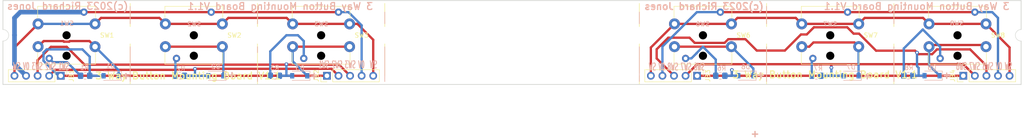
<source format=kicad_pcb>
(kicad_pcb (version 20211014) (generator pcbnew)
  (layers (0 "F.Cu" signal) (31 "B.Cu" signal) (34 "B.Paste" user) (35 "F.Paste" user) (36 "B.SilkS" user "B.Silkscreen") (37 "F.SilkS" user "F.Silkscreen") (38 "B.Mask" user) (39 "F.Mask" user) (44 "Edge.Cuts" user))
  (net 0 "")
  (net 1 "Net-(D2-Pad1)")
  (net 2 "Net-(D3-Pad1)")
  (net 3 "Net-(D6-Pad1)")
  (net 4 "Net-(D7-Pad1)")
  (net 5 "Net-(D8-Pad1)")
  (net 6 "Net-(R1-Pad1)")
  (net 7 "Net-(R2-Pad1)")
  (net 8 "Net-(R3-Pad1)")
  (net 9 "Net-(R6-Pad1)")
  (net 10 "Net-(R7-Pad1)")
  (net 11 "Net-(R8-Pad1)")
  (net 12 "Net-(D1-Pad1)")
  (net 13 "/SW1")
  (net 14 "/SW2")
  (net 15 "/SW3")
  (net 16 "/SW6")
  (net 17 "/SW7")
  (net 18 "/SW8")
  (net 19 "/0V")
  (net 20 "/SW1-3")
  (net 21 "/SW6-8")
  (net 22 "/0v")
  (footprint "New_Library_fp:TS12_TS27" (layer "F.Cu") (at 240.03 95.25 180)
    (fp_text reference "SW8" (at -8.89 0 unlocked) (layer "F.SilkS"))
    (fp_text value "SW_TACT_LED")
    (fp_line (start 6.35 6.35) (end -6.35 6.35) (layer "F.SilkS") (width 0.12))
    (fp_line (start -6.35 3.81) (end -6.35 6.35) (layer "F.SilkS") (width 0.12))
    (fp_line (start -6.35 -3.81) (end -6.35 -6.35) (layer "F.SilkS") (width 0.12))
    (fp_line (start 6.35 -3.81) (end 6.35 -6.35) (layer "F.SilkS") (width 0.12))
    (fp_line (start 6.35 3.81) (end 6.35 6.35) (layer "F.SilkS") (width 0.12))
    (fp_line (start -6.35 -6.35) (end 6.35 -6.35) (layer "F.SilkS") (width 0.12))
    (pad "" np_thru_hole circle (at 0 -4.5 180) (size 1.8 1.8) (drill 1.8) (layers *.Mask))
    (pad "" np_thru_hole circle (at 0 0 180) (size 1.8 1.8) (drill 1.8) (layers *.Mask))
    (pad "1" thru_hole circle (at -6.25 -2.5 180) (size 2.4 2.4) (drill 1.2) (layers *.Cu *.Mask) (net 5 "Net-(D8-Pad1)"))
    (pad "2" thru_hole circle (at 6.25 -2.5 180) (size 2.4 2.4) (drill 1.2) (layers *.Cu *.Mask) (net 5 "Net-(D8-Pad1)"))
    (pad "3" thru_hole circle (at -6.25 2.5 180) (size 2.4 2.4) (drill 1.2) (layers *.Cu *.Mask) (net 21 "/SW6-8"))
    (pad "4" thru_hole circle (at 6.25 2.5 180) (size 2.4 2.4) (drill 1.2) (layers *.Cu *.Mask) (net 21 "/SW6-8"))
    (pad "5" thru_hole circle (at -3.81 5.08 180) (size 1.6 1.6) (drill 0.8) (layers *.Cu *.Mask) (net 22 "/0v"))
    (pad "6" thru_hole circle (at 3.81 -5.08 180) (size 1.6 1.6) (drill 0.8) (layers *.Cu *.Mask) (net 11 "Net-(R8-Pad1)"))
  )
  (footprint "New_Library_fp:TS12_TS27" (layer "F.Cu") (at 44.45 95.25 180)
    (fp_text reference "SW1" (at -8.89 0 unlocked) (layer "F.SilkS"))
    (fp_text value "SW_TACT_LED")
    (fp_line (start -6.35 -3.81) (end -6.35 -6.35) (layer "F.SilkS") (width 0.12))
    (fp_line (start -6.35 3.81) (end -6.35 6.35) (layer "F.SilkS") (width 0.12))
    (fp_line (start 6.35 -3.81) (end 6.35 -6.35) (layer "F.SilkS") (width 0.12))
    (fp_line (start 6.35 3.81) (end 6.35 6.35) (layer "F.SilkS") (width 0.12))
    (fp_line (start 6.35 6.35) (end -6.35 6.35) (layer "F.SilkS") (width 0.12))
    (fp_line (start -6.35 -6.35) (end 6.35 -6.35) (layer "F.SilkS") (width 0.12))
    (pad "" np_thru_hole circle (at 0 -4.5 180) (size 1.8 1.8) (drill 1.8) (layers *.Mask))
    (pad "" np_thru_hole circle (at 0 0 180) (size 1.8 1.8) (drill 1.8) (layers *.Mask))
    (pad "1" thru_hole circle (at -6.25 -2.5 180) (size 2.4 2.4) (drill 1.2) (layers *.Cu *.Mask) (net 12 "Net-(D1-Pad1)"))
    (pad "2" thru_hole circle (at 6.25 -2.5 180) (size 2.4 2.4) (drill 1.2) (layers *.Cu *.Mask) (net 12 "Net-(D1-Pad1)"))
    (pad "3" thru_hole circle (at -6.25 2.5 180) (size 2.4 2.4) (drill 1.2) (layers *.Cu *.Mask) (net 20 "/SW1-3"))
    (pad "4" thru_hole circle (at 6.25 2.5 180) (size 2.4 2.4) (drill 1.2) (layers *.Cu *.Mask) (net 20 "/SW1-3"))
    (pad "5" thru_hole circle (at -3.81 5.08 180) (size 1.6 1.6) (drill 0.8) (layers *.Cu *.Mask) (net 19 "/0V"))
    (pad "6" thru_hole circle (at 3.81 -5.08 180) (size 1.6 1.6) (drill 0.8) (layers *.Cu *.Mask) (net 6 "Net-(R1-Pad1)"))
  )
  (footprint "New_Library_fp:TS12_TS27" (layer "F.Cu") (at 212.09 95.25 180)
    (fp_text reference "SW7" (at -8.89 0 unlocked) (layer "F.SilkS"))
    (fp_text value "SW_TACT_LED")
    (fp_line (start -6.35 -6.35) (end 6.35 -6.35) (layer "F.SilkS") (width 0.12))
    (fp_line (start -6.35 3.81) (end -6.35 6.35) (layer "F.SilkS") (width 0.12))
    (fp_line (start 6.35 6.35) (end -6.35 6.35) (layer "F.SilkS") (width 0.12))
    (fp_line (start 6.35 -3.81) (end 6.35 -6.35) (layer "F.SilkS") (width 0.12))
    (fp_line (start 6.35 3.81) (end 6.35 6.35) (layer "F.SilkS") (width 0.12))
    (fp_line (start -6.35 -3.81) (end -6.35 -6.35) (layer "F.SilkS") (width 0.12))
    (pad "" np_thru_hole circle (at 0 -4.5 180) (size 1.8 1.8) (drill 1.8) (layers *.Mask))
    (pad "" np_thru_hole circle (at 0 0 180) (size 1.8 1.8) (drill 1.8) (layers *.Mask))
    (pad "1" thru_hole circle (at -6.25 -2.5 180) (size 2.4 2.4) (drill 1.2) (layers *.Cu *.Mask) (net 4 "Net-(D7-Pad1)"))
    (pad "2" thru_hole circle (at 6.25 -2.5 180) (size 2.4 2.4) (drill 1.2) (layers *.Cu *.Mask) (net 4 "Net-(D7-Pad1)"))
    (pad "3" thru_hole circle (at -6.25 2.5 180) (size 2.4 2.4) (drill 1.2) (layers *.Cu *.Mask) (net 21 "/SW6-8"))
    (pad "4" thru_hole circle (at 6.25 2.5 180) (size 2.4 2.4) (drill 1.2) (layers *.Cu *.Mask) (net 21 "/SW6-8"))
    (pad "5" thru_hole circle (at -3.81 5.08 180) (size 1.6 1.6) (drill 0.8) (layers *.Cu *.Mask) (net 22 "/0v"))
    (pad "6" thru_hole circle (at 3.81 -5.08 180) (size 1.6 1.6) (drill 0.8) (layers *.Cu *.Mask) (net 10 "Net-(R7-Pad1)"))
  )
  (footprint "New_Library_fp:TS12_TS27" (layer "F.Cu") (at 184.15 95.25 180)
    (fp_text reference "SW6" (at -8.89 0 unlocked) (layer "F.SilkS"))
    (fp_text value "SW_TACT_LED")
    (fp_line (start -6.35 3.81) (end -6.35 6.35) (layer "F.SilkS") (width 0.12))
    (fp_line (start -6.35 -3.81) (end -6.35 -6.35) (layer "F.SilkS") (width 0.12))
    (fp_line (start 6.35 -3.81) (end 6.35 -6.35) (layer "F.SilkS") (width 0.12))
    (fp_line (start -6.35 -6.35) (end 6.35 -6.35) (layer "F.SilkS") (width 0.12))
    (fp_line (start 6.35 3.81) (end 6.35 6.35) (layer "F.SilkS") (width 0.12))
    (fp_line (start 6.35 6.35) (end -6.35 6.35) (layer "F.SilkS") (width 0.12))
    (pad "" np_thru_hole circle (at 0 -4.5 180) (size 1.8 1.8) (drill 1.8) (layers *.Mask))
    (pad "" np_thru_hole circle (at 0 0 180) (size 1.8 1.8) (drill 1.8) (layers *.Mask))
    (pad "1" thru_hole circle (at -6.25 -2.5 180) (size 2.4 2.4) (drill 1.2) (layers *.Cu *.Mask) (net 3 "Net-(D6-Pad1)"))
    (pad "2" thru_hole circle (at 6.25 -2.5 180) (size 2.4 2.4) (drill 1.2) (layers *.Cu *.Mask) (net 3 "Net-(D6-Pad1)"))
    (pad "3" thru_hole circle (at -6.25 2.5 180) (size 2.4 2.4) (drill 1.2) (layers *.Cu *.Mask) (net 21 "/SW6-8"))
    (pad "4" thru_hole circle (at 6.25 2.5 180) (size 2.4 2.4) (drill 1.2) (layers *.Cu *.Mask) (net 21 "/SW6-8"))
    (pad "5" thru_hole circle (at -3.81 5.08 180) (size 1.6 1.6) (drill 0.8) (layers *.Cu *.Mask) (net 22 "/0v"))
    (pad "6" thru_hole circle (at 3.81 -5.08 180) (size 1.6 1.6) (drill 0.8) (layers *.Cu *.Mask) (net 9 "Net-(R6-Pad1)"))
  )
  (footprint "Connector_PinHeader_2.54mm:PinHeader_1x05_P2.54mm_Vertical" (layer "F.Cu") (at 101.605 104.14 90)
    (fp_text reference "JB2" (at 0 -2.33 90) (layer "F.SilkS"))
    (fp_text value "Conn_01x05_Male")
    (fp_line (start -1.33 1.27) (end 1.33 1.27) (layer "F.SilkS") (width 0.12))
    (fp_line (start -1.33 1.27) (end -1.33 11.49) (layer "F.SilkS") (width 0.12))
    (fp_line (start 1.33 1.27) (end 1.33 11.49) (layer "F.SilkS") (width 0.12))
    (fp_line (start -1.33 11.49) (end 1.33 11.49) (layer "F.SilkS") (width 0.12))
    (fp_line (start -1.33 -1.33) (end 0 -1.33) (layer "F.SilkS") (width 0.12))
    (fp_line (start -1.33 0) (end -1.33 -1.33) (layer "F.SilkS") (width 0.12))
    (pad "1" thru_hole rect (at 0 0 90) (size 1.7 1.7) (drill 1) (layers *.Cu *.Mask) (net 13 "/SW1"))
    (pad "2" thru_hole oval (at 0 2.54 90) (size 1.7 1.7) (drill 1) (layers *.Cu *.Mask) (net 14 "/SW2"))
    (pad "3" thru_hole oval (at 0 5.08 90) (size 1.7 1.7) (drill 1) (layers *.Cu *.Mask) (net 15 "/SW3"))
    (pad "4" thru_hole oval (at 0 7.62 90) (size 1.7 1.7) (drill 1) (layers *.Cu *.Mask) (net 19 "/0V"))
    (pad "5" thru_hole oval (at 0 10.16 90) (size 1.7 1.7) (drill 1) (layers *.Cu *.Mask) (net 20 "/SW1-3"))
  )
  (footprint "New_Library_fp:TS12_TS27" (layer "F.Cu") (at 72.39 95.25 180)
    (fp_text reference "SW2" (at -8.89 0 unlocked) (layer "F.SilkS"))
    (fp_text value "SW_TACT_LED")
    (fp_line (start -6.35 -3.81) (end -6.35 -6.35) (layer "F.SilkS") (width 0.12))
    (fp_line (start -6.35 3.81) (end -6.35 6.35) (layer "F.SilkS") (width 0.12))
    (fp_line (start -6.35 -6.35) (end 6.35 -6.35) (layer "F.SilkS") (width 0.12))
    (fp_line (start 6.35 3.81) (end 6.35 6.35) (layer "F.SilkS") (width 0.12))
    (fp_line (start 6.35 6.35) (end -6.35 6.35) (layer "F.SilkS") (width 0.12))
    (fp_line (start 6.35 -3.81) (end 6.35 -6.35) (layer "F.SilkS") (width 0.12))
    (pad "" np_thru_hole circle (at 0 0 180) (size 1.8 1.8) (drill 1.8) (layers *.Mask))
    (pad "" np_thru_hole circle (at 0 -4.5 180) (size 1.8 1.8) (drill 1.8) (layers *.Mask))
    (pad "1" thru_hole circle (at -6.25 -2.5 180) (size 2.4 2.4) (drill 1.2) (layers *.Cu *.Mask) (net 1 "Net-(D2-Pad1)"))
    (pad "2" thru_hole circle (at 6.25 -2.5 180) (size 2.4 2.4) (drill 1.2) (layers *.Cu *.Mask) (net 1 "Net-(D2-Pad1)"))
    (pad "3" thru_hole circle (at -6.25 2.5 180) (size 2.4 2.4) (drill 1.2) (layers *.Cu *.Mask) (net 20 "/SW1-3"))
    (pad "4" thru_hole circle (at 6.25 2.5 180) (size 2.4 2.4) (drill 1.2) (layers *.Cu *.Mask) (net 20 "/SW1-3"))
    (pad "5" thru_hole circle (at -3.81 5.08 180) (size 1.6 1.6) (drill 0.8) (layers *.Cu *.Mask) (net 19 "/0V"))
    (pad "6" thru_hole circle (at 3.81 -5.08 180) (size 1.6 1.6) (drill 0.8) (layers *.Cu *.Mask) (net 7 "Net-(R2-Pad1)"))
  )
  (footprint "Connector_PinHeader_2.54mm:PinHeader_1x05_P2.54mm_Vertical" (layer "F.Cu") (at 43.175 104.14 -90)
    (fp_text reference "JB1" (at 0 -2.33 -90) (layer "F.SilkS"))
    (fp_text value "Conn_01x05_Male")
    (fp_line (start 1.33 1.27) (end 1.33 11.49) (layer "F.SilkS") (width 0.12))
    (fp_line (start -1.33 1.27) (end 1.33 1.27) (layer "F.SilkS") (width 0.12))
    (fp_line (start -1.33 0) (end -1.33 -1.33) (layer "F.SilkS") (width 0.12))
    (fp_line (start -1.33 11.49) (end 1.33 11.49) (layer "F.SilkS") (width 0.12))
    (fp_line (start -1.33 -1.33) (end 0 -1.33) (layer "F.SilkS") (width 0.12))
    (fp_line (start -1.33 1.27) (end -1.33 11.49) (layer "F.SilkS") (width 0.12))
    (pad "1" thru_hole rect (at 0 0 270) (size 1.7 1.7) (drill 1) (layers *.Cu *.Mask) (net 13 "/SW1"))
    (pad "2" thru_hole oval (at 0 2.54 270) (size 1.7 1.7) (drill 1) (layers *.Cu *.Mask) (net 14 "/SW2"))
    (pad "3" thru_hole oval (at 0 5.08 270) (size 1.7 1.7) (drill 1) (layers *.Cu *.Mask) (net 15 "/SW3"))
    (pad "4" thru_hole oval (at 0 7.62 270) (size 1.7 1.7) (drill 1) (layers *.Cu *.Mask) (net 19 "/0V"))
    (pad "5" thru_hole oval (at 0 10.16 270) (size 1.7 1.7) (drill 1) (layers *.Cu *.Mask) (net 20 "/SW1-3"))
  )
  (footprint "MountingHole:MountingHole_2.7mm_M2.5" (layer "F.Cu") (at 86.3092 95.2246 90)
    (fp_text reference "H2" hide)
    (fp_text value "MountingHole")
    (pad "" np_thru_hole circle (at 0 0 90) (size 2.7 2.7) (drill 2.7) (layers *.Cu *.Mask))
  )
  (footprint "MountingHole:MountingHole_2.7mm_M2.5" (layer "F.Cu") (at 114.3 95.25 90)
    (fp_text reference "H3" hide)
    (fp_text value "MountingHole")
    (pad "" np_thru_hole circle (at 0 0 90) (size 2.7 2.7) (drill 2.7) (layers *.Cu *.Mask))
  )
  (footprint "MountingHole:MountingHole_2.7mm_M2.5" (layer "F.Cu") (at 58.42 95.25 90)
    (fp_text reference "H1" hide)
    (fp_text value "MountingHole")
    (pad "" np_thru_hole circle (at 0 0 90) (size 2.7 2.7) (drill 2.7) (layers *.Cu *.Mask))
  )
  (footprint "MountingHole:MountingHole_2.7mm_M2.5" (layer "F.Cu") (at 226.06 95.25 90)
    (fp_text reference "H7" hide)
    (fp_text value "MountingHole")
    (pad "" np_thru_hole circle (at 0 0 90) (size 2.7 2.7) (drill 2.7) (layers *.Cu *.Mask))
  )
  (footprint "MountingHole:MountingHole_2.7mm_M2.5" (layer "F.Cu") (at 198.12 95.25 90)
    (fp_text reference "H6" hide)
    (fp_text value "MountingHole")
    (pad "" np_thru_hole circle (at 0 0 90) (size 2.7 2.7) (drill 2.7) (layers *.Cu *.Mask))
  )
  (footprint "Connector_PinHeader_2.54mm:PinHeader_1x05_P2.54mm_Vertical" (layer "F.Cu") (at 182.875 104.14 -90)
    (fp_text reference "JB3" (at 0 -2.33 90) (layer "F.SilkS"))
    (fp_text value "Conn_01x05_Male")
    (fp_line (start -1.33 1.27) (end 1.33 1.27) (layer "F.SilkS") (width 0.12))
    (fp_line (start -1.33 11.49) (end 1.33 11.49) (layer "F.SilkS") (width 0.12))
    (fp_line (start -1.33 0) (end -1.33 -1.33) (layer "F.SilkS") (width 0.12))
    (fp_line (start 1.33 1.27) (end 1.33 11.49) (layer "F.SilkS") (width 0.12))
    (fp_line (start -1.33 1.27) (end -1.33 11.49) (layer "F.SilkS") (width 0.12))
    (fp_line (start -1.33 -1.33) (end 0 -1.33) (layer "F.SilkS") (width 0.12))
    (pad "1" thru_hole rect (at 0 0 270) (size 1.7 1.7) (drill 1) (layers *.Cu *.Mask) (net 16 "/SW6"))
    (pad "2" thru_hole oval (at 0 2.54 270) (size 1.7 1.7) (drill 1) (layers *.Cu *.Mask) (net 17 "/SW7"))
    (pad "3" thru_hole oval (at 0 5.08 270) (size 1.7 1.7) (drill 1) (layers *.Cu *.Mask) (net 18 "/SW8"))
    (pad "4" thru_hole oval (at 0 7.62 270) (size 1.7 1.7) (drill 1) (layers *.Cu *.Mask) (net 22 "/0v"))
    (pad "5" thru_hole oval (at 0 10.16 270) (size 1.7 1.7) (drill 1) (layers *.Cu *.Mask) (net 21 "/SW6-8"))
  )
  (footprint "New_Library_fp:TS12_TS27" (layer "F.Cu") (at 100.33 95.25 180)
    (fp_text reference "SW3" (at -8.89 0 unlocked) (layer "F.SilkS"))
    (fp_text value "SW_TACT_LED")
    (fp_line (start 6.35 6.35) (end -6.35 6.35) (layer "F.SilkS") (width 0.12))
    (fp_line (start 6.35 -3.81) (end 6.35 -6.35) (layer "F.SilkS") (width 0.12))
    (fp_line (start -6.35 -3.81) (end -6.35 -6.35) (layer "F.SilkS") (width 0.12))
    (fp_line (start -6.35 -6.35) (end 6.35 -6.35) (layer "F.SilkS") (width 0.12))
    (fp_line (start 6.35 3.81) (end 6.35 6.35) (layer "F.SilkS") (width 0.12))
    (fp_line (start -6.35 3.81) (end -6.35 6.35) (layer "F.SilkS") (width 0.12))
    (pad "" np_thru_hole circle (at 0 -4.5 180) (size 1.8 1.8) (drill 1.8) (layers *.Mask))
    (pad "" np_thru_hole circle (at 0 0 180) (size 1.8 1.8) (drill 1.8) (layers *.Mask))
    (pad "1" thru_hole circle (at -6.25 -2.5 180) (size 2.4 2.4) (drill 1.2) (layers *.Cu *.Mask) (net 2 "Net-(D3-Pad1)"))
    (pad "2" thru_hole circle (at 6.25 -2.5 180) (size 2.4 2.4) (drill 1.2) (layers *.Cu *.Mask) (net 2 "Net-(D3-Pad1)"))
    (pad "3" thru_hole circle (at -6.25 2.5 180) (size 2.4 2.4) (drill 1.2) (layers *.Cu *.Mask) (net 20 "/SW1-3"))
    (pad "4" thru_hole circle (at 6.25 2.5 180) (size 2.4 2.4) (drill 1.2) (layers *.Cu *.Mask) (net 20 "/SW1-3"))
    (pad "5" thru_hole circle (at -3.81 5.08 180) (size 1.6 1.6) (drill 0.8) (layers *.Cu *.Mask) (net 19 "/0V"))
    (pad "6" thru_hole circle (at 3.81 -5.08 180) (size 1.6 1.6) (drill 0.8) (layers *.Cu *.Mask) (net 8 "Net-(R3-Pad1)"))
  )
  (footprint "MountingHole:MountingHole_2.7mm_M2.5" (layer "F.Cu") (at 170.18 95.25 90)
    (fp_text reference "H5" hide)
    (fp_text value "MountingHole")
    (pad "" np_thru_hole circle (at 0 0 90) (size 2.7 2.7) (drill 2.7) (layers *.Cu *.Mask))
  )
  (footprint "Connector_PinHeader_2.54mm:PinHeader_1x05_P2.54mm_Vertical" (layer "F.Cu") (at 241.3 104.14 90)
    (fp_text reference "JB4" (at 0 -2.33 90) (layer "F.SilkS"))
    (fp_text value "Conn_01x05_Male")
    (fp_line (start -1.33 11.49) (end 1.33 11.49) (layer "F.SilkS") (width 0.12))
    (fp_line (start -1.33 1.27) (end -1.33 11.49) (layer "F.SilkS") (width 0.12))
    (fp_line (start -1.33 1.27) (end 1.33 1.27) (layer "F.SilkS") (width 0.12))
    (fp_line (start -1.33 0) (end -1.33 -1.33) (layer "F.SilkS") (width 0.12))
    (fp_line (start 1.33 1.27) (end 1.33 11.49) (layer "F.SilkS") (width 0.12))
    (fp_line (start -1.33 -1.33) (end 0 -1.33) (layer "F.SilkS") (width 0.12))
    (pad "1" thru_hole rect (at 0 0 90) (size 1.7 1.7) (drill 1) (layers *.Cu *.Mask) (net 16 "/SW6"))
    (pad "2" thru_hole oval (at 0 2.54 90) (size 1.7 1.7) (drill 1) (layers *.Cu *.Mask) (net 17 "/SW7"))
    (pad "3" thru_hole oval (at 0 5.08 90) (size 1.7 1.7) (drill 1) (layers *.Cu *.Mask) (net 18 "/SW8"))
    (pad "4" thru_hole oval (at 0 7.62 90) (size 1.7 1.7) (drill 1) (layers *.Cu *.Mask) (net 22 "/0v"))
    (pad "5" thru_hole oval (at 0 10.16 90) (size 1.7 1.7) (drill 1) (layers *.Cu *.Mask) (net 21 "/SW6-8"))
  )
  (footprint "Diode_SMD:D_SOD-123" (layer "B.Cu") (at 77.216 104.14 180)
    (fp_text reference "D2" (at 0.039836 1.992038) (layer "B.SilkS") (effects (justify mirror)))
    (fp_text value "1N4148")
    (fp_line (start -2.25 1) (end 1.65 1) (layer "B.SilkS") (width 0.12))
    (fp_line (start -2.25 -1) (end 1.65 -1) (layer "B.SilkS") (width 0.12))
    (fp_line (start -2.25 1) (end -2.25 -1) (layer "B.SilkS") (width 0.12))
    (pad "1" smd rect (at -1.65 0 180) (size 0.9 1.2) (layers "B.Cu" "B.Paste" "B.Mask") (net 1 "Net-(D2-Pad1)"))
    (pad "2" smd rect (at 1.65 0 180) (size 0.9 1.2) (layers "B.Cu" "B.Paste" "B.Mask") (net 14 "/SW2"))
  )
  (footprint "Diode_SMD:D_SOD-123" (layer "B.Cu") (at 234.442 104.1146 180)
    (fp_text reference "D8" (at 0 1.7526) (layer "B.SilkS") (effects (justify mirror)))
    (fp_text value "1N4148")
    (fp_line (start -2.25 1) (end 1.65 1) (layer "B.SilkS") (width 0.12))
    (fp_line (start -2.25 1) (end -2.25 -1) (layer "B.SilkS") (width 0.12))
    (fp_line (start -2.25 -1) (end 1.65 -1) (layer "B.SilkS") (width 0.12))
    (pad "1" smd rect (at -1.65 0 180) (size 0.9 1.2) (layers "B.Cu" "B.Paste" "B.Mask") (net 5 "Net-(D8-Pad1)"))
    (pad "2" smd rect (at 1.65 0 180) (size 0.9 1.2) (layers "B.Cu" "B.Paste" "B.Mask") (net 18 "/SW8"))
  )
  (footprint "Resistor_SMD:R_0805_2012Metric_Pad1.20x1.40mm_HandSolder" (layer "B.Cu") (at 187.96 104.14)
    (fp_text reference "R6" (at 0.293941 -1.641052) (layer "B.SilkS") (effects (justify mirror)))
    (fp_text value "560")
    (fp_line (start -0.227064 -0.735) (end 0.227064 -0.735) (layer "B.SilkS") (width 0.12))
    (fp_line (start -0.227064 0.735) (end 0.227064 0.735) (layer "B.SilkS") (width 0.12))
    (pad "1" smd roundrect (at -1 0) (size 1.2 1.4) (layers "B.Cu" "B.Paste" "B.Mask") (roundrect_rratio 0.2083333333) (net 9 "Net-(R6-Pad1)"))
    (pad "2" smd roundrect (at 1 0) (size 1.2 1.4) (layers "B.Cu" "B.Paste" "B.Mask") (roundrect_rratio 0.2083333333) (net 16 "/SW6"))
  )
  (footprint "Diode_SMD:D_SOD-123" (layer "B.Cu") (at 193.56788 104.11041 180)
    (fp_text reference "D6" (at 0.039798 1.936815) (layer "B.SilkS") (effects (justify mirror)))
    (fp_text value "1N4148")
    (fp_line (start -2.25 1) (end -2.25 -1) (layer "B.SilkS") (width 0.12))
    (fp_line (start -2.25 1) (end 1.65 1) (layer "B.SilkS") (width 0.12))
    (fp_line (start -2.25 -1) (end 1.65 -1) (layer "B.SilkS") (width 0.12))
    (pad "1" smd rect (at -1.65 0 180) (size 0.9 1.2) (layers "B.Cu" "B.Paste" "B.Mask") (net 3 "Net-(D6-Pad1)"))
    (pad "2" smd rect (at 1.65 0 180) (size 0.9 1.2) (layers "B.Cu" "B.Paste" "B.Mask") (net 16 "/SW6"))
  )
  (footprint "Diode_SMD:D_SOD-123" (layer "B.Cu") (at 95.63 104.14 180)
    (fp_text reference "D3" (at -0.075134 1.713406) (layer "B.SilkS") (effects (justify mirror)))
    (fp_text value "1N4148")
    (fp_line (start -2.25 1) (end 1.65 1) (layer "B.SilkS") (width 0.12))
    (fp_line (start -2.25 -1) (end 1.65 -1) (layer "B.SilkS") (width 0.12))
    (fp_line (start -2.25 1) (end -2.25 -1) (layer "B.SilkS") (width 0.12))
    (pad "1" smd rect (at -1.65 0 180) (size 0.9 1.2) (layers "B.Cu" "B.Paste" "B.Mask") (net 2 "Net-(D3-Pad1)"))
    (pad "2" smd rect (at 1.65 0 180) (size 0.9 1.2) (layers "B.Cu" "B.Paste" "B.Mask") (net 15 "/SW3"))
  )
  (footprint "Resistor_SMD:R_0805_2012Metric_Pad1.20x1.40mm_HandSolder" (layer "B.Cu") (at 209.042 104.14)
    (fp_text reference "R7" (at 0.430889 -1.643889) (layer "B.SilkS") (effects (justify mirror)))
    (fp_text value "560")
    (fp_line (start -0.227064 -0.735) (end 0.227064 -0.735) (layer "B.SilkS") (width 0.12))
    (fp_line (start -0.227064 0.735) (end 0.227064 0.735) (layer "B.SilkS") (width 0.12))
    (pad "1" smd roundrect (at -1 0) (size 1.2 1.4) (layers "B.Cu" "B.Paste" "B.Mask") (roundrect_rratio 0.2083333333) (net 10 "Net-(R7-Pad1)"))
    (pad "2" smd roundrect (at 1 0) (size 1.2 1.4) (layers "B.Cu" "B.Paste" "B.Mask") (roundrect_rratio 0.2083333333) (net 17 "/SW7"))
  )
  (footprint "Resistor_SMD:R_0805_2012Metric_Pad1.20x1.40mm_HandSolder" (layer "B.Cu") (at 69.342 104.14)
    (fp_text reference "R2" (at 0.17981 -1.615313) (layer "B.SilkS") (effects (justify mirror)))
    (fp_text value "560")
    (fp_line (start -0.227064 0.735) (end 0.227064 0.735) (layer "B.SilkS") (width 0.12))
    (fp_line (start -0.227064 -0.735) (end 0.227064 -0.735) (layer "B.SilkS") (width 0.12))
    (pad "1" smd roundrect (at -1 0) (size 1.2 1.4) (layers "B.Cu" "B.Paste" "B.Mask") (roundrect_rratio 0.2083333333) (net 7 "Net-(R2-Pad1)"))
    (pad "2" smd roundrect (at 1 0) (size 1.2 1.4) (layers "B.Cu" "B.Paste" "B.Mask") (roundrect_rratio 0.2083333333) (net 14 "/SW2"))
  )
  (footprint "Resistor_SMD:R_0805_2012Metric_Pad1.20x1.40mm_HandSolder" (layer "B.Cu") (at 90.17 104.14)
    (fp_text reference "R3" (at -0.03315 -1.738706) (layer "B.SilkS") (effects (justify mirror)))
    (fp_text value "560")
    (fp_line (start -0.227064 -0.735) (end 0.227064 -0.735) (layer "B.SilkS") (width 0.12))
    (fp_line (start -0.227064 0.735) (end 0.227064 0.735) (layer "B.SilkS") (width 0.12))
    (pad "1" smd roundrect (at -1 0) (size 1.2 1.4) (layers "B.Cu" "B.Paste" "B.Mask") (roundrect_rratio 0.2083333333) (net 8 "Net-(R3-Pad1)"))
    (pad "2" smd roundrect (at 1 0) (size 1.2 1.4) (layers "B.Cu" "B.Paste" "B.Mask") (roundrect_rratio 0.2083333333) (net 15 "/SW3"))
  )
  (footprint "Resistor_SMD:R_0805_2012Metric_Pad1.20x1.40mm_HandSolder" (layer "B.Cu") (at 48.53 104.14)
    (fp_text reference "R1" (at -0.1524 -1.778) (layer "B.SilkS") (effects (justify mirror)))
    (fp_text value "560")
    (fp_line (start -0.227064 0.735) (end 0.227064 0.735) (layer "B.SilkS") (width 0.12))
    (fp_line (start -0.227064 -0.735) (end 0.227064 -0.735) (layer "B.SilkS") (width 0.12))
    (pad "1" smd roundrect (at -1 0) (size 1.2 1.4) (layers "B.Cu" "B.Paste" "B.Mask") (roundrect_rratio 0.2083333333) (net 6 "Net-(R1-Pad1)"))
    (pad "2" smd roundrect (at 1 0) (size 1.2 1.4) (layers "B.Cu" "B.Paste" "B.Mask") (roundrect_rratio 0.2083333333) (net 13 "/SW1"))
  )
  (footprint "Resistor_SMD:R_0805_2012Metric_Pad1.20x1.40mm_HandSolder" (layer "B.Cu") (at 229.235 104.1146)
    (fp_text reference "R8" (at 0.127 -1.7526) (layer "B.SilkS") (effects (justify mirror)))
    (fp_text value "560")
    (fp_line (start -0.227064 -0.735) (end 0.227064 -0.735) (layer "B.SilkS") (width 0.12))
    (fp_line (start -0.227064 0.735) (end 0.227064 0.735) (layer "B.SilkS") (width 0.12))
    (pad "1" smd roundrect (at -1 0) (size 1.2 1.4) (layers "B.Cu" "B.Paste" "B.Mask") (roundrect_rratio 0.2083333333) (net 11 "Net-(R8-Pad1)"))
    (pad "2" smd roundrect (at 1 0) (size 1.2 1.4) (layers "B.Cu" "B.Paste" "B.Mask") (roundrect_rratio 0.2083333333) (net 18 "/SW8"))
  )
  (footprint "Diode_SMD:D_SOD-123" (layer "B.Cu") (at 54.23 104.14 180)
    (fp_text reference "D1" (at 0.1524 2.2098) (layer "B.SilkS") (effects (justify mirror)))
    (fp_text value "1N4148" hide)
    (fp_line (start -2.25 1) (end -2.25 -1) (layer "B.SilkS") (width 0.12))
    (fp_line (start -2.25 -1) (end 1.65 -1) (layer "B.SilkS") (width 0.12))
    (fp_line (start -2.25 1) (end 1.65 1) (layer "B.SilkS") (width 0.12))
    (pad "1" smd rect (at -1.65 0 180) (size 0.9 1.2) (layers "B.Cu" "B.Paste" "B.Mask") (net 12 "Net-(D1-Pad1)"))
    (pad "2" smd rect (at 1.65 0 180) (size 0.9 1.2) (layers "B.Cu" "B.Paste" "B.Mask") (net 13 "/SW1"))
  )
  (footprint "Diode_SMD:D_SOD-123" (layer "B.Cu") (at 216.662 104.14 180)
    (fp_text reference "D7" (at -0.002899 1.883622) (layer "B.SilkS") (effects (justify mirror)))
    (fp_text value "1N4148")
    (fp_line (start -2.25 1) (end -2.25 -1) (layer "B.SilkS") (width 0.12))
    (fp_line (start -2.25 -1) (end 1.65 -1) (layer "B.SilkS") (width 0.12))
    (fp_line (start -2.25 1) (end 1.65 1) (layer "B.SilkS") (width 0.12))
    (pad "1" smd rect (at -1.65 0 180) (size 0.9 1.2) (layers "B.Cu" "B.Paste" "B.Mask") (net 4 "Net-(D7-Pad1)"))
    (pad "2" smd rect (at 1.65 0 180) (size 0.9 1.2) (layers "B.Cu" "B.Paste" "B.Mask") (net 17 "/SW7"))
  )
  (gr_line (start 114.3 97.79) (end 114.3 105.41) (layer "B.SilkS") (width 0.15))
  (gr_line (start 198.12 97.79) (end 198.12 105.41) (layer "B.SilkS") (width 0.15))
  (gr_line (start 170.18 90.17) (end 170.18 92.71) (layer "B.SilkS") (width 0.15))
  (gr_line (start 86.36 88.9) (end 86.36 92.71) (layer "B.SilkS") (width 0.15))
  (gr_line (start 114.3 90.17) (end 114.3 92.71) (layer "B.SilkS") (width 0.15))
  (gr_line (start 86.36 102.87) (end 86.36 105.41) (layer "B.SilkS") (width 0.15))
  (gr_line (start 198.12 88.9) (end 198.12 92.71) (layer "B.SilkS") (width 0.15))
  (gr_line (start 58.42 97.79) (end 58.42 105.41) (layer "B.SilkS") (width 0.15))
  (gr_line (start 58.42 88.9) (end 58.42 92.71) (layer "B.SilkS") (width 0.15))
  (gr_line (start 170.18 105.41) (end 170.18 100.33) (layer "B.SilkS") (width 0.15))
  (gr_line (start 226.06 97.79) (end 226.06 105.41) (layer "B.SilkS") (width 0.15))
  (gr_line (start 170.18 97.79) (end 170.18 100.33) (layer "B.SilkS") (width 0.15))
  (gr_line (start 226.06 88.9) (end 226.06 92.71) (layer "B.SilkS") (width 0.15))
  (gr_line (start 86.36 97.79) (end 86.36 99.06) (layer "B.SilkS") (width 0.15))
  (gr_line (start 58.42 88.265) (end 58.42 93.345) (layer "F.SilkS") (width 0.15))
  (gr_line (start 226.06 97.155) (end 226.06 99.06) (layer "F.SilkS") (width 0.15))
  (gr_line (start 170.18 97.155) (end 170.18 103.505) (layer "F.SilkS") (width 0.15))
  (gr_line (start 226.06 99.06) (end 226.06 103.505) (layer "F.SilkS") (width 0.15))
  (gr_line (start 226.06 105.918) (end 226.06 104.648) (layer "F.SilkS") (width 0.15))
  (gr_line (start 226.06 88.265) (end 226.06 93.345) (layer "F.SilkS") (width 0.15))
  (gr_line (start 198.12 105.918) (end 198.12 104.14) (layer "F.SilkS") (width 0.15))
  (gr_line (start 198.12 97.155) (end 198.12 99.06) (layer "F.SilkS") (width 0.15))
  (gr_line (start 114.3 97.155) (end 114.3 104.14) (layer "F.SilkS") (width 0.15))
  (gr_line (start 170.18 88.265) (end 170.18 93.345) (layer "F.SilkS") (width 0.15))
  (gr_line (start 114.3 88.265) (end 114.3 93.345) (layer "F.SilkS") (width 0.15))
  (gr_line (start 198.12 88.265) (end 198.12 93.345) (layer "F.SilkS") (width 0.15))
  (gr_line (start 86.36 88.265) (end 86.36 93.345) (layer "F.SilkS") (width 0.15))
  (gr_line (start 198.12 99.06) (end 198.12 102.87) (layer "F.SilkS") (width 0.15))
  (gr_line (start 170.18 105.918) (end 170.18 104.14) (layer "F.SilkS") (width 0.15))
  (gr_line (start 58.42 105.918) (end 58.42 97.155) (layer "F.SilkS") (width 0.15))
  (gr_line (start 86.36 97.155) (end 86.36 105.918) (layer "F.SilkS") (width 0.15))
  (gr_line (start 254 106.045) (end 30.48 106.045) (layer "Edge.Cuts") (width 0.15))
  (gr_line (start 254 87.63) (end 254 93.98) (layer "Edge.Cuts") (width 0.15))
  (gr_line (start 30.48 106.045) (end 30.48 96.52) (layer "Edge.Cuts") (width 0.15))
  (gr_arc (start 30.48 93.98) (mid 31.75 95.25) (end 30.48 96.52) (layer "Edge.Cuts") (width 0.1))
  (gr_line (start 254 96.52) (end 254 106.045) (layer "Edge.Cuts") (width 0.15))
  (gr_arc (start 254 96.52) (mid 252.73 95.25) (end 254 93.98) (layer "Edge.Cuts") (width 0.1))
  (gr_line (start 30.48 87.63) (end 30.48 93.98) (layer "Edge.Cuts") (width 0.15))
  (gr_line (start 30.48 87.63) (end 254 87.63) (layer "Edge.Cuts") (width 0.15))
  (gr_text "3 Way Button Mounting Board V1.1" (at 231.0577 88.9) (layer "B.SilkS") (effects (font (size 1.524 1.524) (thickness 0.254)) (justify mirror)))
  (gr_text "+" (at 220.218 104.14) (layer "B.SilkS") (effects (font (size 1.5 1.5) (thickness 0.3)) (justify mirror)))
  (gr_text "SW2" (at 72.4662 92.7862) (layer "B.SilkS") (effects (font (size 1 1)) (justify mirror)))
  (gr_text "+" (at 80.772 103.886) (layer "B.SilkS") (effects (font (size 1.5 1.5) (thickness 0.3)) (justify mirror)))
  (gr_text "SW7" (at 212.09 92.7862) (layer "B.SilkS") (effects (font (size 1 1)) (justify mirror)))
  (gr_text "(c)2023 Richard Jones" (at 184.38884 88.90971) (layer "B.SilkS") (effects (font (size 1.4986 1.4986) (thickness 0.29972)) (justify mirror)))
  (gr_text "SW1 SW2 SW3 0V SW" (at 38.853954 102.088427) (layer "B.SilkS") (effects (font (size 1.5748 0.762) (thickness 0.1905)) (justify mirror)))
  (gr_text "(c)2023 Richard Jones" (at 44.690241 88.85233) (layer "B.SilkS") (effects (font (size 1.524 1.524) (thickness 0.254)) (justify mirror)))
  (gr_text "SW1" (at 44.5008 92.6592) (layer "B.SilkS") (effects (font (size 1 1)) (justify mirror)))
  (gr_text "3 Way Button Mounting Board V1.1" (at 91.330096 88.9) (layer "B.SilkS") (effects (font (size 1.524 1.524) (thickness 0.254)) (justify mirror)))
  (gr_text "SW8" (at 239.903 92.6338) (layer "B.SilkS") (effects (font (size 1 1)) (justify mirror)))
  (gr_text "+" (at 237.655873 104.029842) (layer "B.SilkS") (effects (font (size 1.5 1.5) (thickness 0.3)) (justify mirror)))
  (gr_text "SW6" (at 184.0992 92.7862) (layer "B.SilkS") (effects (font (size 1 1)) (justify mirror)))
  (gr_text "+" (at 98.789018 104.097155) (layer "B.SilkS") (effects (font (size 1.5 1.5) (thickness 0.3)) (justify mirror)))
  (gr_text "+" (at 57.49483 104.102916) (layer "B.SilkS") (effects (font (size 1.5 1.5) (thickness 0.3)) (justify mirror)))
  (gr_text "SW 0V SW8 SW7 SW6" (at 245.868671 102.080537) (layer "B.SilkS") (effects (font (size 1.5748 0.762) (thickness 0.1905)) (justify mirror)))
  (gr_text "SW3" (at 100.3808 92.7862) (layer "B.SilkS") (effects (font (size 1 1)) (justify mirror)))
  (gr_text "SW6 SW7 SW8 0V SW" (at 178.3744 102.196228) (layer "B.SilkS") (effects (font (size 1.5748 0.762) (thickness 0.1905)) (justify mirror)))
  (gr_text "+" (at 195.58 116.84) (layer "B.SilkS") (effects (font (size 1.5 1.5) (thickness 0.3)) (justify mirror)))
  (gr_text "SW  0V SW3 SW2 SW1" (at 106.191849 101.698139) (layer "B.SilkS") (effects (font (size 1.5748 0.762) (thickness 0.1905)) (justify mirror)))
  (gr_text "+" (at 196.852369 103.96246) (layer "B.SilkS") (effects (font (size 1.5 1.5) (thickness 0.3)) (justify mirror)))
  (gr_text "3 Way Button Mounting Board V1.1" (at 210.950966 103.895648) (layer "F.SilkS") (effects (font (size 1.524 1.524) (thickness 0.254))))
  (gr_text "3 Way Button Mounting Board V1.1" (at 71.12 104.14) (layer "F.SilkS") (effects (font (size 1.524 1.524) (thickness 0.254))))
  (segment (start 66.14 97.75) (end 78.64 97.75) (width 0.5) (layer "F.Cu") (net 1))
  (segment (start 78.866 104.14) (end 78.866 97.976) (width 0.5) (layer "B.Cu") (net 1))
  (segment (start 78.866 97.976) (end 78.64 97.75) (width 0.5) (layer "B.Cu") (net 1))
  (segment (start 94.08 97.75) (end 106.58 97.75) (width 0.5) (layer "F.Cu") (net 2))
  (segment (start 97.28 104.14) (end 94.08 100.94) (width 0.508) (layer "B.Cu") (net 2))
  (segment (start 94.08 100.94) (end 94.08 97.75) (width 0.508) (layer "B.Cu") (net 2))
  (segment (start 177.9 97.75) (end 190.4 97.75) (width 0.5) (layer "F.Cu") (net 3))
  (segment (start 190.4 97.75) (end 195.21788 102.56788) (width 0.5) (layer "B.Cu") (net 3))
  (segment (start 195.21788 102.56788) (end 195.21788 104.11041) (width 0.5) (layer "B.Cu") (net 3))
  (segment (start 208.407 96.8248) (end 217.4148 96.8248) (width 0.5) (layer "F.Cu") (net 4))
  (segment (start 217.4148 96.8248) (end 218.34 97.75) (width 0.5) (layer "F.Cu") (net 4))
  (segment (start 205.84 97.75) (end 207.4818 97.75) (width 0.5) (layer "F.Cu") (net 4))
  (segment (start 207.4818 97.75) (end 208.407 96.8248) (width 0.5) (layer "F.Cu") (net 4))
  (segment (start 218.312 97.778) (end 218.34 97.75) (width 0.5) (layer "B.Cu") (net 4))
  (segment (start 218.312 104.14) (end 218.312 97.778) (width 0.5) (layer "B.Cu") (net 4))
  (segment (start 245.9136 97.3836) (end 234.1464 97.3836) (width 0.5) (layer "F.Cu") (net 5))
  (segment (start 234.1464 97.3836) (end 233.78 97.75) (width 0.5) (layer "F.Cu") (net 5))
  (segment (start 246.28 97.75) (end 245.9136 97.3836) (width 0.5) (layer "F.Cu") (net 5))
  (segment (start 236.092 104.1146) (end 233.78 101.8026) (width 0.508) (layer "B.Cu") (net 5))
  (segment (start 233.78 101.8026) (end 233.78 97.75) (width 0.508) (layer "B.Cu") (net 5))
  (segment (start 41.459521 101.149521) (end 44.539521 101.149521) (width 0.5) (layer "B.Cu") (net 6))
  (segment (start 40.64 100.33) (end 41.459521 101.149521) (width 0.5) (layer "B.Cu") (net 6))
  (segment (start 44.539521 101.149521) (end 47.53 104.14) (width 0.5) (layer "B.Cu") (net 6))
  (segment (start 68.342 104.14) (end 68.342 100.568) (width 0.5) (layer "B.Cu") (net 7))
  (segment (start 68.342 100.568) (end 68.58 100.33) (width 0.5) (layer "B.Cu") (net 7))
  (segment (start 96.52 100.33) (end 96.52 96.52) (width 0.508) (layer "B.Cu") (net 8))
  (segment (start 92.71 95.25) (end 89.17 98.79) (width 0.508) (layer "B.Cu") (net 8))
  (segment (start 89.17 98.79) (end 89.17 104.14) (width 0.508) (layer "B.Cu") (net 8))
  (segment (start 95.25 95.25) (end 92.71 95.25) (width 0.508) (layer "B.Cu") (net 8))
  (segment (start 96.52 96.52) (end 95.25 95.25) (width 0.508) (layer "B.Cu") (net 8))
  (segment (start 182.750479 99.170298) (end 184.130777 97.79) (width 0.5) (layer "B.Cu") (net 9))
  (segment (start 182.750479 99.189521) (end 182.750479 99.170298) (width 0.5) (layer "B.Cu") (net 9))
  (segment (start 184.130777 97.79) (end 184.169223 97.79) (width 0.5) (layer "B.Cu") (net 9))
  (segment (start 180.34 100.33) (end 181.61 100.33) (width 0.5) (layer "B.Cu") (net 9))
  (segment (start 184.169223 97.79) (end 186.96 100.580777) (width 0.5) (layer "B.Cu") (net 9))
  (segment (start 186.96 100.580777) (end 186.96 104.14) (width 0.5) (layer "B.Cu") (net 9))
  (segment (start 181.61 100.33) (end 182.750479 99.189521) (width 0.5) (layer "B.Cu") (net 9))
  (segment (start 208.042 104.14) (end 208.042 100.568) (width 0.5) (layer "B.Cu") (net 10))
  (segment (start 208.042 100.568) (end 208.28 100.33) (width 0.5) (layer "B.Cu") (net 10))
  (segment (start 228.235 104.1146) (end 228.235 98.155) (width 0.508) (layer "B.Cu") (net 11))
  (segment (start 232.41 93.98) (end 236.22 97.79) (width 0.508) (layer "B.Cu") (net 11))
  (segment (start 228.235 98.155) (end 232.41 93.98) (width 0.508) (layer "B.Cu") (net 11))
  (segment (start 236.22 97.79) (end 236.22 100.33) (width 0.508) (layer "B.Cu") (net 11))
  (segment (start 49.47 96.52) (end 45.16488 96.52) (width 0.508) (layer "F.Cu") (net 12))
  (segment (start 50.7 97.75) (end 49.47 96.52) (width 0.508) (layer "F.Cu") (net 12))
  (segment (start 45.031359 96.653521) (end 43.868641 96.653521) (width 0.508) (layer "F.Cu") (net 12))
  (segment (start 43.868641 96.653521) (end 43.73512 96.52) (width 0.508) (layer "F.Cu") (net 12))
  (segment (start 45.16488 96.52) (end 45.031359 96.653521) (width 0.508) (layer "F.Cu") (net 12))
  (segment (start 39.43 96.52) (end 38.2 97.75) (width 0.508) (layer "F.Cu") (net 12))
  (segment (start 43.73512 96.52) (end 39.43 96.52) (width 0.508) (layer "F.Cu") (net 12))
  (segment (start 50.7 97.75) (end 55.88 102.93) (width 0.508) (layer "B.Cu") (net 12))
  (segment (start 55.88 102.93) (end 55.88 104.14) (width 0.508) (layer "B.Cu") (net 12))
  (segment (start 101.605 104.14) (end 43.175 104.14) (width 0.508) (layer "F.Cu") (net 13))
  (segment (start 39.386489 99.043511) (end 40.083521 98.346479) (width 0.508) (layer "B.Cu") (net 13))
  (segment (start 42.677267 104.14) (end 39.386489 100.849222) (width 0.508) (layer "B.Cu") (net 13))
  (segment (start 40.083521 98.346479) (end 47.928479 98.346479) (width 0.508) (layer "B.Cu") (net 13))
  (segment (start 49.53 99.948) (end 49.53 104.14) (width 0.508) (layer "B.Cu") (net 13))
  (segment (start 43.175 104.14) (end 42.677267 104.14) (width 0.508) (layer "B.Cu") (net 13))
  (segment (start 49.53 104.14) (end 52.58 104.14) (width 0.508) (layer "B.Cu") (net 13))
  (segment (start 47.928479 98.346479) (end 49.53 99.948) (width 0.508) (layer "B.Cu") (net 13))
  (segment (start 39.386489 100.849222) (end 39.386489 99.043511) (width 0.508) (layer "B.Cu") (net 13))
  (segment (start 72.644 102.616) (end 72.423511 102.836489) (width 0.508) (layer "F.Cu") (net 14))
  (segment (start 104.145 104.14) (end 102.621 102.616) (width 0.508) (layer "F.Cu") (net 14))
  (segment (start 72.423511 102.836489) (end 41.938511 102.836489) (width 0.508) (layer "F.Cu") (net 14))
  (segment (start 102.621 102.616) (end 72.644 102.616) (width 0.508) (layer "F.Cu") (net 14))
  (segment (start 41.938511 102.836489) (end 40.635 104.14) (width 0.508) (layer "F.Cu") (net 14))
  (via (at 72.644 102.616) (size 0.8) (drill 0.4) (layers "F.Cu" "B.Cu") (net 14))
  (segment (start 75.566 104.14) (end 72.644 104.14) (width 0.5) (layer "B.Cu") (net 14))
  (segment (start 72.644 104.14) (end 72.644 102.616) (width 0.5) (layer "B.Cu") (net 14))
  (segment (start 70.342 104.14) (end 72.644 104.14) (width 0.5) (layer "B.Cu") (net 14))
  (segment (start 41.023634 97.79) (end 44.47488 97.79) (width 0.508) (layer "F.Cu") (net 15))
  (segment (start 38.095 100.718634) (end 41.023634 97.79) (width 0.508) (layer "F.Cu") (net 15))
  (segment (start 104.2466 101.7016) (end 106.685 104.14) (width 0.508) (layer "F.Cu") (net 15))
  (segment (start 44.47488 97.79) (end 48.38648 101.7016) (width 0.508) (layer "F.Cu") (net 15))
  (segment (start 38.095 104.14) (end 38.095 100.718634) (width 0.508) (layer "F.Cu") (net 15))
  (segment (start 48.38648 101.7016) (end 104.2466 101.7016) (width 0.508) (layer "F.Cu") (net 15))
  (via (at 92.71 101.6) (size 0.8) (drill 0.4) (layers "F.Cu" "B.Cu") (net 15))
  (segment (start 91.17 104.14) (end 92.71 104.14) (width 0.508) (layer "B.Cu") (net 15))
  (segment (start 92.71 104.14) (end 92.71 101.6) (width 0.508) (layer "B.Cu") (net 15))
  (segment (start 92.71 104.14) (end 93.98 104.14) (width 0.508) (layer "B.Cu") (net 15))
  (segment (start 190.5 104.14) (end 190.5 102.87) (width 0.508) (layer "F.Cu") (net 16))
  (segment (start 241.3 104.14) (end 182.875 104.14) (width 0.508) (layer "F.Cu") (net 16))
  (via (at 190.5 102.87) (size 0.8) (drill 0.4) (layers "F.Cu" "B.Cu") (net 16))
  (segment (start 190.5 102.87) (end 190.5 104.14) (width 0.508) (layer "B.Cu") (net 16))
  (segment (start 190.5 104.14) (end 188.96 104.14) (width 0.508) (layer "B.Cu") (net 16))
  (segment (start 190.5 104.14) (end 191.77 104.14) (width 0.508) (layer "B.Cu") (net 16))
  (segment (start 212.344 102.362) (end 212.344 101.854) (width 0.5) (layer "F.Cu") (net 17))
  (segment (start 243.84 104.14) (end 241.3 101.6) (width 0.508) (layer "F.Cu") (net 17))
  (segment (start 182.5752 101.9048) (end 182.5702 101.9048) (width 0.508) (layer "F.Cu") (net 17))
  (segment (start 241.3 101.6) (end 212.09 101.6) (width 0.508) (layer "F.Cu") (net 17))
  (segment (start 212.09 101.6) (end 182.88 101.6) (width 0.508) (layer "F.Cu") (net 17))
  (segment (start 212.344 101.854) (end 212.09 101.6) (width 0.5) (layer "F.Cu") (net 17))
  (segment (start 182.5702 101.9048) (end 180.335 104.14) (width 0.508) (layer "F.Cu") (net 17))
  (segment (start 182.88 101.6) (end 182.5752 101.9048) (width 0.508) (layer "F.Cu") (net 17))
  (via (at 212.344 102.362) (size 0.8) (drill 0.4) (layers "F.Cu" "B.Cu") (net 17))
  (segment (start 210.042 104.14) (end 212.344 104.14) (width 0.5) (layer "B.Cu") (net 17))
  (segment (start 212.344 104.14) (end 215.012 104.14) (width 0.5) (layer "B.Cu") (net 17))
  (segment (start 212.344 104.14) (end 212.344 102.362) (width 0.5) (layer "B.Cu") (net 17))
  (segment (start 234.463251 99.399511) (end 235.512283 98.350479) (width 0.5) (layer "F.Cu") (net 18))
  (segment (start 195.961 98.6028) (end 193.458689 96.100489) (width 0.5) (layer "F.Cu") (net 18))
  (segment (start 235.512283 98.350479) (end 242.801101 98.350479) (width 0.5) (layer "F.Cu") (net 18))
  (segment (start 176.53 95.7834) (end 173.99 98.3234) (width 0.5) (layer "F.Cu") (net 18))
  (segment (start 242.801101 98.350479) (end 246.38 101.929378) (width 0.5) (layer "F.Cu") (net 18))
  (segment (start 182.3466 96.9264) (end 181.2036 95.7834) (width 0.5) (layer "F.Cu") (net 18))
  (segment (start 181.2036 95.7834) (end 176.53 95.7834) (width 0.5) (layer "F.Cu") (net 18))
  (segment (start 189.716749 96.100489) (end 188.890838 96.9264) (width 0.5) (layer "F.Cu") (net 18))
  (segment (start 208.5086 93.4974) (end 206.9338 95.0722) (width 0.5) (layer "F.Cu") (net 18))
  (segment (start 222.1484 98.6282) (end 218.4146 94.8944) (width 0.5) (layer "F.Cu") (net 18))
  (segment (start 231.479511 99.399511) (end 234.463251 99.399511) (width 0.5) (layer "F.Cu") (net 18))
  (segment (start 202.1332 98.6028) (end 195.961 98.6028) (width 0.5) (layer "F.Cu") (net 18))
  (segment (start 231.14 99.06) (end 231.479511 99.399511) (width 0.5) (layer "F.Cu") (net 18))
  (segment (start 188.890838 96.9264) (end 182.3466 96.9264) (width 0.5) (layer "F.Cu") (net 18))
  (segment (start 205.6638 95.0722) (end 202.1332 98.6028) (width 0.5) (layer "F.Cu") (net 18))
  (segment (start 218.4146 94.8944) (end 217.2208 94.8944) (width 0.5) (layer "F.Cu") (net 18))
  (segment (start 246.38 101.929378) (end 246.38 104.14) (width 0.5) (layer "F.Cu") (net 18))
  (segment (start 217.2208 94.8944) (end 215.8238 93.4974) (width 0.5) (layer "F.Cu") (net 18))
  (segment (start 193.458689 96.100489) (end 189.716749 96.100489) (width 0.5) (layer "F.Cu") (net 18))
  (segment (start 173.99 98.3234) (end 173.99 100.335) (width 0.5) (layer "F.Cu") (net 18))
  (segment (start 206.9338 95.0722) (end 205.6638 95.0722) (width 0.5) (layer "F.Cu") (net 18))
  (segment (start 215.8238 93.4974) (end 208.5086 93.4974) (width 0.5) (layer "F.Cu") (net 18))
  (segment (start 173.99 100.335) (end 177.795 104.14) (width 0.5) (layer "F.Cu") (net 18))
  (segment (start 230.7082 98.6282) (end 222.1484 98.6282) (width 0.5) (layer "F.Cu") (net 18))
  (segment (start 231.14 99.06) (end 230.7082 98.6282) (width 0.5) (layer "F.Cu") (net 18))
  (via (at 231.14 99.06) (size 0.8) (drill 0.4) (layers "F.Cu" "B.Cu") (net 18))
  (segment (start 231.14 102.041464) (end 231.499469 102.400933) (width 0.508) (layer "B.Cu") (net 18))
  (segment (start 231.499469 104.1146) (end 232.792 104.1146) (width 0.508) (layer "B.Cu") (net 18))
  (segment (start 231.499469 104.1146) (end 231.499469 102.400933) (width 0.508) (layer "B.Cu") (net 18))
  (segment (start 230.235 104.1146) (end 231.499469 104.1146) (width 0.508) (layer "B.Cu") (net 18))
  (segment (start 231.14 99.06) (end 231.14 102.041464) (width 0.508) (layer "B.Cu") (net 18))
  (segment (start 104.14 90.17) (end 76.2 90.17) (width 0.5) (layer "F.Cu") (net 19))
  (segment (start 76.2 90.17) (end 48.26 90.17) (width 0.5) (layer "F.Cu") (net 19))
  (segment (start 104.14 90.17) (end 106.332762 90.17) (width 0.5) (layer "B.Cu") (net 19))
  (segment (start 33.02 91.44) (end 34.29 90.17) (width 1.016) (layer "B.Cu") (net 19))
  (segment (start 33.02 95.222371) (end 33.02 91.44) (width 1.016) (layer "B.Cu") (net 19))
  (segment (start 109.225 93.062238) (end 109.225 104.14) (width 0.5) (layer "B.Cu") (net 19))
  (segment (start 34.29 90.17) (end 48.26 90.17) (width 1.016) (layer "B.Cu") (net 19))
  (segment (start 33.02 101.605) (end 35.555 104.14) (width 1.016) (layer "B.Cu") (net 19))
  (segment (start 106.332762 90.17) (end 109.225 93.062238) (width 0.5) (layer "B.Cu") (net 19))
  (segment (start 33.02 95.222371) (end 33.02 101.605) (width 1.016) (layer "B.Cu") (net 19))
  (segment (start 52.01 91.44) (end 50.7 92.75) (width 0.5) (layer "F.Cu") (net 20))
  (segment (start 92.77 91.44) (end 94.08 92.75) (width 0.5) (layer "F.Cu") (net 20))
  (segment (start 111.765 96.237944) (end 111.765 104.14) (width 0.5) (layer "F.Cu") (net 20))
  (segment (start 94.08 92.75) (end 106.58 92.75) (width 0.5) (layer "F.Cu") (net 20))
  (segment (start 79.95 91.44) (end 92.77 91.44) (width 0.5) (layer "F.Cu") (net 20))
  (segment (start 108.277056 92.75) (end 111.765 96.237944) (width 0.5) (layer "F.Cu") (net 20))
  (segment (start 64.83 91.44) (end 52.01 91.44) (width 0.5) (layer "F.Cu") (net 20))
  (segment (start 66.14 92.75) (end 64.83 91.44) (width 0.5) (layer "F.Cu") (net 20))
  (segment (start 78.64 92.75) (end 79.95 91.44) (width 0.5) (layer "F.Cu") (net 20))
  (segment (start 33.015 97.935) (end 33.015 104.14) (width 0.508) (layer "F.Cu") (net 20))
  (segment (start 106.58 92.75) (end 108.277056 92.75) (width 0.5) (layer "F.Cu") (net 20))
  (segment (start 38.2 92.75) (end 33.015 97.935) (width 0.508) (layer "F.Cu") (net 20))
  (segment (start 66.14 92.75) (end 78.64 92.75) (width 0.5) (layer "F.Cu") (net 20))
  (segment (start 50.7 92.75) (end 38.2 92.75) (width 0.508) (layer "B.Cu") (net 20))
  (segment (start 219.65 91.44) (end 232.47 91.44) (width 0.5) (layer "F.Cu") (net 21))
  (segment (start 218.34 92.75) (end 219.65 91.44) (width 0.5) (layer "F.Cu") (net 21))
  (segment (start 205.84 92.75) (end 218.34 92.75) (width 0.5) (layer "F.Cu") (net 21))
  (segment (start 177.9 92.75) (end 190.4 92.75) (width 0.5) (layer "F.Cu") (net 21))
  (segment (start 172.715 97.935) (end 172.715 104.14) (width 0.5) (layer "F.Cu") (net 21))
  (segment (start 190.4 92.75) (end 191.71 91.44) (width 0.5) (layer "F.Cu") (net 21))
  (segment (start 251.46 97.93) (end 251.46 104.14) (width 0.5) (layer "F.Cu") (net 21))
  (segment (start 204.53 91.44) (end 205.84 92.75) (width 0.5) (layer "F.Cu") (net 21))
  (segment (start 177.9 92.75) (end 172.715 97.935) (width 0.5) (layer "F.Cu") (net 21))
  (segment (start 232.47 91.44) (end 233.78 92.75) (width 0.5) (layer "F.Cu") (net 21))
  (segment (start 233.78 92.75) (end 246.28 92.75) (width 0.5) (layer "F.Cu") (net 21))
  (segment (start 246.28 92.75) (end 251.46 97.93) (width 0.5) (layer "F.Cu") (net 21))
  (segment (start 191.71 91.44) (end 204.53 91.44) (width 0.5) (layer "F.Cu") (net 21))
  (segment (start 187.96 90.17) (end 215.9 90.17) (width 0.5) (layer "F.Cu") (net 22))
  (segment (start 215.9 90.17) (end 243.84 90.17) (width 0.5) (layer "F.Cu") (net 22))
  (segment (start 175.255 97.727762) (end 175.255 104.14) (width 0.5) (layer "B.Cu") (net 22))
  (segment (start 248.915 104.14) (end 248.915 91.435) (width 0.508) (layer "B.Cu") (net 22))
  (segment (start 182.812762 90.17) (end 175.255 97.727762) (width 0.5) (layer "B.Cu") (net 22))
  (segment (start 248.915 91.435) (end 247.65 90.17) (width 0.508) (layer "B.Cu") (net 22))
  (segment (start 247.65 90.17) (end 243.84 90.17) (width 0.508) (layer "B.Cu") (net 22))
  (segment (start 187.96 90.17) (end 182.812762 90.17) (width 0.5) (layer "B.Cu") (net 22))
)
</source>
